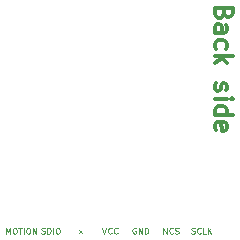
<source format=gbr>
%TF.GenerationSoftware,KiCad,Pcbnew,8.0.7*%
%TF.CreationDate,2025-02-24T15:42:19+09:00*%
%TF.ProjectId,pmw3610_breakout,706d7733-3631-4305-9f62-7265616b6f75,rev?*%
%TF.SameCoordinates,Original*%
%TF.FileFunction,Legend,Top*%
%TF.FilePolarity,Positive*%
%FSLAX46Y46*%
G04 Gerber Fmt 4.6, Leading zero omitted, Abs format (unit mm)*
G04 Created by KiCad (PCBNEW 8.0.7) date 2025-02-24 15:42:19*
%MOMM*%
%LPD*%
G01*
G04 APERTURE LIST*
%ADD10C,0.300000*%
%ADD11C,0.100000*%
G04 APERTURE END LIST*
D10*
X145624885Y-81284510D02*
X145553457Y-81498796D01*
X145553457Y-81498796D02*
X145482028Y-81570225D01*
X145482028Y-81570225D02*
X145339171Y-81641653D01*
X145339171Y-81641653D02*
X145124885Y-81641653D01*
X145124885Y-81641653D02*
X144982028Y-81570225D01*
X144982028Y-81570225D02*
X144910600Y-81498796D01*
X144910600Y-81498796D02*
X144839171Y-81355939D01*
X144839171Y-81355939D02*
X144839171Y-80784510D01*
X144839171Y-80784510D02*
X146339171Y-80784510D01*
X146339171Y-80784510D02*
X146339171Y-81284510D01*
X146339171Y-81284510D02*
X146267742Y-81427368D01*
X146267742Y-81427368D02*
X146196314Y-81498796D01*
X146196314Y-81498796D02*
X146053457Y-81570225D01*
X146053457Y-81570225D02*
X145910600Y-81570225D01*
X145910600Y-81570225D02*
X145767742Y-81498796D01*
X145767742Y-81498796D02*
X145696314Y-81427368D01*
X145696314Y-81427368D02*
X145624885Y-81284510D01*
X145624885Y-81284510D02*
X145624885Y-80784510D01*
X144839171Y-82927368D02*
X145624885Y-82927368D01*
X145624885Y-82927368D02*
X145767742Y-82855939D01*
X145767742Y-82855939D02*
X145839171Y-82713082D01*
X145839171Y-82713082D02*
X145839171Y-82427368D01*
X145839171Y-82427368D02*
X145767742Y-82284510D01*
X144910600Y-82927368D02*
X144839171Y-82784510D01*
X144839171Y-82784510D02*
X144839171Y-82427368D01*
X144839171Y-82427368D02*
X144910600Y-82284510D01*
X144910600Y-82284510D02*
X145053457Y-82213082D01*
X145053457Y-82213082D02*
X145196314Y-82213082D01*
X145196314Y-82213082D02*
X145339171Y-82284510D01*
X145339171Y-82284510D02*
X145410600Y-82427368D01*
X145410600Y-82427368D02*
X145410600Y-82784510D01*
X145410600Y-82784510D02*
X145482028Y-82927368D01*
X144910600Y-84284511D02*
X144839171Y-84141653D01*
X144839171Y-84141653D02*
X144839171Y-83855939D01*
X144839171Y-83855939D02*
X144910600Y-83713082D01*
X144910600Y-83713082D02*
X144982028Y-83641653D01*
X144982028Y-83641653D02*
X145124885Y-83570225D01*
X145124885Y-83570225D02*
X145553457Y-83570225D01*
X145553457Y-83570225D02*
X145696314Y-83641653D01*
X145696314Y-83641653D02*
X145767742Y-83713082D01*
X145767742Y-83713082D02*
X145839171Y-83855939D01*
X145839171Y-83855939D02*
X145839171Y-84141653D01*
X145839171Y-84141653D02*
X145767742Y-84284511D01*
X144839171Y-84927367D02*
X146339171Y-84927367D01*
X145410600Y-85070225D02*
X144839171Y-85498796D01*
X145839171Y-85498796D02*
X145267742Y-84927367D01*
X144910600Y-87213082D02*
X144839171Y-87355939D01*
X144839171Y-87355939D02*
X144839171Y-87641653D01*
X144839171Y-87641653D02*
X144910600Y-87784510D01*
X144910600Y-87784510D02*
X145053457Y-87855939D01*
X145053457Y-87855939D02*
X145124885Y-87855939D01*
X145124885Y-87855939D02*
X145267742Y-87784510D01*
X145267742Y-87784510D02*
X145339171Y-87641653D01*
X145339171Y-87641653D02*
X145339171Y-87427368D01*
X145339171Y-87427368D02*
X145410600Y-87284510D01*
X145410600Y-87284510D02*
X145553457Y-87213082D01*
X145553457Y-87213082D02*
X145624885Y-87213082D01*
X145624885Y-87213082D02*
X145767742Y-87284510D01*
X145767742Y-87284510D02*
X145839171Y-87427368D01*
X145839171Y-87427368D02*
X145839171Y-87641653D01*
X145839171Y-87641653D02*
X145767742Y-87784510D01*
X144839171Y-88498796D02*
X145839171Y-88498796D01*
X146339171Y-88498796D02*
X146267742Y-88427368D01*
X146267742Y-88427368D02*
X146196314Y-88498796D01*
X146196314Y-88498796D02*
X146267742Y-88570225D01*
X146267742Y-88570225D02*
X146339171Y-88498796D01*
X146339171Y-88498796D02*
X146196314Y-88498796D01*
X144839171Y-89855940D02*
X146339171Y-89855940D01*
X144910600Y-89855940D02*
X144839171Y-89713082D01*
X144839171Y-89713082D02*
X144839171Y-89427368D01*
X144839171Y-89427368D02*
X144910600Y-89284511D01*
X144910600Y-89284511D02*
X144982028Y-89213082D01*
X144982028Y-89213082D02*
X145124885Y-89141654D01*
X145124885Y-89141654D02*
X145553457Y-89141654D01*
X145553457Y-89141654D02*
X145696314Y-89213082D01*
X145696314Y-89213082D02*
X145767742Y-89284511D01*
X145767742Y-89284511D02*
X145839171Y-89427368D01*
X145839171Y-89427368D02*
X145839171Y-89713082D01*
X145839171Y-89713082D02*
X145767742Y-89855940D01*
X144910600Y-91141654D02*
X144839171Y-90998797D01*
X144839171Y-90998797D02*
X144839171Y-90713083D01*
X144839171Y-90713083D02*
X144910600Y-90570225D01*
X144910600Y-90570225D02*
X145053457Y-90498797D01*
X145053457Y-90498797D02*
X145624885Y-90498797D01*
X145624885Y-90498797D02*
X145767742Y-90570225D01*
X145767742Y-90570225D02*
X145839171Y-90713083D01*
X145839171Y-90713083D02*
X145839171Y-90998797D01*
X145839171Y-90998797D02*
X145767742Y-91141654D01*
X145767742Y-91141654D02*
X145624885Y-91213083D01*
X145624885Y-91213083D02*
X145482028Y-91213083D01*
X145482028Y-91213083D02*
X145339171Y-90498797D01*
D11*
X135313408Y-99433609D02*
X135480074Y-99933609D01*
X135480074Y-99933609D02*
X135646741Y-99433609D01*
X136099121Y-99885990D02*
X136075312Y-99909800D01*
X136075312Y-99909800D02*
X136003883Y-99933609D01*
X136003883Y-99933609D02*
X135956264Y-99933609D01*
X135956264Y-99933609D02*
X135884836Y-99909800D01*
X135884836Y-99909800D02*
X135837217Y-99862180D01*
X135837217Y-99862180D02*
X135813407Y-99814561D01*
X135813407Y-99814561D02*
X135789598Y-99719323D01*
X135789598Y-99719323D02*
X135789598Y-99647895D01*
X135789598Y-99647895D02*
X135813407Y-99552657D01*
X135813407Y-99552657D02*
X135837217Y-99505038D01*
X135837217Y-99505038D02*
X135884836Y-99457419D01*
X135884836Y-99457419D02*
X135956264Y-99433609D01*
X135956264Y-99433609D02*
X136003883Y-99433609D01*
X136003883Y-99433609D02*
X136075312Y-99457419D01*
X136075312Y-99457419D02*
X136099121Y-99481228D01*
X136599121Y-99885990D02*
X136575312Y-99909800D01*
X136575312Y-99909800D02*
X136503883Y-99933609D01*
X136503883Y-99933609D02*
X136456264Y-99933609D01*
X136456264Y-99933609D02*
X136384836Y-99909800D01*
X136384836Y-99909800D02*
X136337217Y-99862180D01*
X136337217Y-99862180D02*
X136313407Y-99814561D01*
X136313407Y-99814561D02*
X136289598Y-99719323D01*
X136289598Y-99719323D02*
X136289598Y-99647895D01*
X136289598Y-99647895D02*
X136313407Y-99552657D01*
X136313407Y-99552657D02*
X136337217Y-99505038D01*
X136337217Y-99505038D02*
X136384836Y-99457419D01*
X136384836Y-99457419D02*
X136456264Y-99433609D01*
X136456264Y-99433609D02*
X136503883Y-99433609D01*
X136503883Y-99433609D02*
X136575312Y-99457419D01*
X136575312Y-99457419D02*
X136599121Y-99481228D01*
X138146741Y-99457419D02*
X138099122Y-99433609D01*
X138099122Y-99433609D02*
X138027693Y-99433609D01*
X138027693Y-99433609D02*
X137956265Y-99457419D01*
X137956265Y-99457419D02*
X137908646Y-99505038D01*
X137908646Y-99505038D02*
X137884836Y-99552657D01*
X137884836Y-99552657D02*
X137861027Y-99647895D01*
X137861027Y-99647895D02*
X137861027Y-99719323D01*
X137861027Y-99719323D02*
X137884836Y-99814561D01*
X137884836Y-99814561D02*
X137908646Y-99862180D01*
X137908646Y-99862180D02*
X137956265Y-99909800D01*
X137956265Y-99909800D02*
X138027693Y-99933609D01*
X138027693Y-99933609D02*
X138075312Y-99933609D01*
X138075312Y-99933609D02*
X138146741Y-99909800D01*
X138146741Y-99909800D02*
X138170550Y-99885990D01*
X138170550Y-99885990D02*
X138170550Y-99719323D01*
X138170550Y-99719323D02*
X138075312Y-99719323D01*
X138384836Y-99933609D02*
X138384836Y-99433609D01*
X138384836Y-99433609D02*
X138670550Y-99933609D01*
X138670550Y-99933609D02*
X138670550Y-99433609D01*
X138908646Y-99933609D02*
X138908646Y-99433609D01*
X138908646Y-99433609D02*
X139027694Y-99433609D01*
X139027694Y-99433609D02*
X139099122Y-99457419D01*
X139099122Y-99457419D02*
X139146741Y-99505038D01*
X139146741Y-99505038D02*
X139170551Y-99552657D01*
X139170551Y-99552657D02*
X139194360Y-99647895D01*
X139194360Y-99647895D02*
X139194360Y-99719323D01*
X139194360Y-99719323D02*
X139170551Y-99814561D01*
X139170551Y-99814561D02*
X139146741Y-99862180D01*
X139146741Y-99862180D02*
X139099122Y-99909800D01*
X139099122Y-99909800D02*
X139027694Y-99933609D01*
X139027694Y-99933609D02*
X138908646Y-99933609D01*
X127184836Y-99933609D02*
X127184836Y-99433609D01*
X127184836Y-99433609D02*
X127351503Y-99790752D01*
X127351503Y-99790752D02*
X127518169Y-99433609D01*
X127518169Y-99433609D02*
X127518169Y-99933609D01*
X127851503Y-99433609D02*
X127946741Y-99433609D01*
X127946741Y-99433609D02*
X127994360Y-99457419D01*
X127994360Y-99457419D02*
X128041979Y-99505038D01*
X128041979Y-99505038D02*
X128065789Y-99600276D01*
X128065789Y-99600276D02*
X128065789Y-99766942D01*
X128065789Y-99766942D02*
X128041979Y-99862180D01*
X128041979Y-99862180D02*
X127994360Y-99909800D01*
X127994360Y-99909800D02*
X127946741Y-99933609D01*
X127946741Y-99933609D02*
X127851503Y-99933609D01*
X127851503Y-99933609D02*
X127803884Y-99909800D01*
X127803884Y-99909800D02*
X127756265Y-99862180D01*
X127756265Y-99862180D02*
X127732456Y-99766942D01*
X127732456Y-99766942D02*
X127732456Y-99600276D01*
X127732456Y-99600276D02*
X127756265Y-99505038D01*
X127756265Y-99505038D02*
X127803884Y-99457419D01*
X127803884Y-99457419D02*
X127851503Y-99433609D01*
X128208647Y-99433609D02*
X128494361Y-99433609D01*
X128351504Y-99933609D02*
X128351504Y-99433609D01*
X128661027Y-99933609D02*
X128661027Y-99433609D01*
X128994360Y-99433609D02*
X129089598Y-99433609D01*
X129089598Y-99433609D02*
X129137217Y-99457419D01*
X129137217Y-99457419D02*
X129184836Y-99505038D01*
X129184836Y-99505038D02*
X129208646Y-99600276D01*
X129208646Y-99600276D02*
X129208646Y-99766942D01*
X129208646Y-99766942D02*
X129184836Y-99862180D01*
X129184836Y-99862180D02*
X129137217Y-99909800D01*
X129137217Y-99909800D02*
X129089598Y-99933609D01*
X129089598Y-99933609D02*
X128994360Y-99933609D01*
X128994360Y-99933609D02*
X128946741Y-99909800D01*
X128946741Y-99909800D02*
X128899122Y-99862180D01*
X128899122Y-99862180D02*
X128875313Y-99766942D01*
X128875313Y-99766942D02*
X128875313Y-99600276D01*
X128875313Y-99600276D02*
X128899122Y-99505038D01*
X128899122Y-99505038D02*
X128946741Y-99457419D01*
X128946741Y-99457419D02*
X128994360Y-99433609D01*
X129422932Y-99933609D02*
X129422932Y-99433609D01*
X129422932Y-99433609D02*
X129708646Y-99933609D01*
X129708646Y-99933609D02*
X129708646Y-99433609D01*
X130161027Y-99909800D02*
X130232455Y-99933609D01*
X130232455Y-99933609D02*
X130351503Y-99933609D01*
X130351503Y-99933609D02*
X130399122Y-99909800D01*
X130399122Y-99909800D02*
X130422931Y-99885990D01*
X130422931Y-99885990D02*
X130446741Y-99838371D01*
X130446741Y-99838371D02*
X130446741Y-99790752D01*
X130446741Y-99790752D02*
X130422931Y-99743133D01*
X130422931Y-99743133D02*
X130399122Y-99719323D01*
X130399122Y-99719323D02*
X130351503Y-99695514D01*
X130351503Y-99695514D02*
X130256265Y-99671704D01*
X130256265Y-99671704D02*
X130208646Y-99647895D01*
X130208646Y-99647895D02*
X130184836Y-99624085D01*
X130184836Y-99624085D02*
X130161027Y-99576466D01*
X130161027Y-99576466D02*
X130161027Y-99528847D01*
X130161027Y-99528847D02*
X130184836Y-99481228D01*
X130184836Y-99481228D02*
X130208646Y-99457419D01*
X130208646Y-99457419D02*
X130256265Y-99433609D01*
X130256265Y-99433609D02*
X130375312Y-99433609D01*
X130375312Y-99433609D02*
X130446741Y-99457419D01*
X130661026Y-99933609D02*
X130661026Y-99433609D01*
X130661026Y-99433609D02*
X130780074Y-99433609D01*
X130780074Y-99433609D02*
X130851502Y-99457419D01*
X130851502Y-99457419D02*
X130899121Y-99505038D01*
X130899121Y-99505038D02*
X130922931Y-99552657D01*
X130922931Y-99552657D02*
X130946740Y-99647895D01*
X130946740Y-99647895D02*
X130946740Y-99719323D01*
X130946740Y-99719323D02*
X130922931Y-99814561D01*
X130922931Y-99814561D02*
X130899121Y-99862180D01*
X130899121Y-99862180D02*
X130851502Y-99909800D01*
X130851502Y-99909800D02*
X130780074Y-99933609D01*
X130780074Y-99933609D02*
X130661026Y-99933609D01*
X131161026Y-99933609D02*
X131161026Y-99433609D01*
X131494359Y-99433609D02*
X131589597Y-99433609D01*
X131589597Y-99433609D02*
X131637216Y-99457419D01*
X131637216Y-99457419D02*
X131684835Y-99505038D01*
X131684835Y-99505038D02*
X131708645Y-99600276D01*
X131708645Y-99600276D02*
X131708645Y-99766942D01*
X131708645Y-99766942D02*
X131684835Y-99862180D01*
X131684835Y-99862180D02*
X131637216Y-99909800D01*
X131637216Y-99909800D02*
X131589597Y-99933609D01*
X131589597Y-99933609D02*
X131494359Y-99933609D01*
X131494359Y-99933609D02*
X131446740Y-99909800D01*
X131446740Y-99909800D02*
X131399121Y-99862180D01*
X131399121Y-99862180D02*
X131375312Y-99766942D01*
X131375312Y-99766942D02*
X131375312Y-99600276D01*
X131375312Y-99600276D02*
X131399121Y-99505038D01*
X131399121Y-99505038D02*
X131446740Y-99457419D01*
X131446740Y-99457419D02*
X131494359Y-99433609D01*
X140484836Y-99933609D02*
X140484836Y-99433609D01*
X140484836Y-99433609D02*
X140770550Y-99933609D01*
X140770550Y-99933609D02*
X140770550Y-99433609D01*
X141294360Y-99885990D02*
X141270551Y-99909800D01*
X141270551Y-99909800D02*
X141199122Y-99933609D01*
X141199122Y-99933609D02*
X141151503Y-99933609D01*
X141151503Y-99933609D02*
X141080075Y-99909800D01*
X141080075Y-99909800D02*
X141032456Y-99862180D01*
X141032456Y-99862180D02*
X141008646Y-99814561D01*
X141008646Y-99814561D02*
X140984837Y-99719323D01*
X140984837Y-99719323D02*
X140984837Y-99647895D01*
X140984837Y-99647895D02*
X141008646Y-99552657D01*
X141008646Y-99552657D02*
X141032456Y-99505038D01*
X141032456Y-99505038D02*
X141080075Y-99457419D01*
X141080075Y-99457419D02*
X141151503Y-99433609D01*
X141151503Y-99433609D02*
X141199122Y-99433609D01*
X141199122Y-99433609D02*
X141270551Y-99457419D01*
X141270551Y-99457419D02*
X141294360Y-99481228D01*
X141484837Y-99909800D02*
X141556265Y-99933609D01*
X141556265Y-99933609D02*
X141675313Y-99933609D01*
X141675313Y-99933609D02*
X141722932Y-99909800D01*
X141722932Y-99909800D02*
X141746741Y-99885990D01*
X141746741Y-99885990D02*
X141770551Y-99838371D01*
X141770551Y-99838371D02*
X141770551Y-99790752D01*
X141770551Y-99790752D02*
X141746741Y-99743133D01*
X141746741Y-99743133D02*
X141722932Y-99719323D01*
X141722932Y-99719323D02*
X141675313Y-99695514D01*
X141675313Y-99695514D02*
X141580075Y-99671704D01*
X141580075Y-99671704D02*
X141532456Y-99647895D01*
X141532456Y-99647895D02*
X141508646Y-99624085D01*
X141508646Y-99624085D02*
X141484837Y-99576466D01*
X141484837Y-99576466D02*
X141484837Y-99528847D01*
X141484837Y-99528847D02*
X141508646Y-99481228D01*
X141508646Y-99481228D02*
X141532456Y-99457419D01*
X141532456Y-99457419D02*
X141580075Y-99433609D01*
X141580075Y-99433609D02*
X141699122Y-99433609D01*
X141699122Y-99433609D02*
X141770551Y-99457419D01*
X133332455Y-99600276D02*
X133618169Y-99885990D01*
X133618169Y-99600276D02*
X133332455Y-99885990D01*
X142861027Y-99909800D02*
X142932455Y-99933609D01*
X142932455Y-99933609D02*
X143051503Y-99933609D01*
X143051503Y-99933609D02*
X143099122Y-99909800D01*
X143099122Y-99909800D02*
X143122931Y-99885990D01*
X143122931Y-99885990D02*
X143146741Y-99838371D01*
X143146741Y-99838371D02*
X143146741Y-99790752D01*
X143146741Y-99790752D02*
X143122931Y-99743133D01*
X143122931Y-99743133D02*
X143099122Y-99719323D01*
X143099122Y-99719323D02*
X143051503Y-99695514D01*
X143051503Y-99695514D02*
X142956265Y-99671704D01*
X142956265Y-99671704D02*
X142908646Y-99647895D01*
X142908646Y-99647895D02*
X142884836Y-99624085D01*
X142884836Y-99624085D02*
X142861027Y-99576466D01*
X142861027Y-99576466D02*
X142861027Y-99528847D01*
X142861027Y-99528847D02*
X142884836Y-99481228D01*
X142884836Y-99481228D02*
X142908646Y-99457419D01*
X142908646Y-99457419D02*
X142956265Y-99433609D01*
X142956265Y-99433609D02*
X143075312Y-99433609D01*
X143075312Y-99433609D02*
X143146741Y-99457419D01*
X143646740Y-99885990D02*
X143622931Y-99909800D01*
X143622931Y-99909800D02*
X143551502Y-99933609D01*
X143551502Y-99933609D02*
X143503883Y-99933609D01*
X143503883Y-99933609D02*
X143432455Y-99909800D01*
X143432455Y-99909800D02*
X143384836Y-99862180D01*
X143384836Y-99862180D02*
X143361026Y-99814561D01*
X143361026Y-99814561D02*
X143337217Y-99719323D01*
X143337217Y-99719323D02*
X143337217Y-99647895D01*
X143337217Y-99647895D02*
X143361026Y-99552657D01*
X143361026Y-99552657D02*
X143384836Y-99505038D01*
X143384836Y-99505038D02*
X143432455Y-99457419D01*
X143432455Y-99457419D02*
X143503883Y-99433609D01*
X143503883Y-99433609D02*
X143551502Y-99433609D01*
X143551502Y-99433609D02*
X143622931Y-99457419D01*
X143622931Y-99457419D02*
X143646740Y-99481228D01*
X144099121Y-99933609D02*
X143861026Y-99933609D01*
X143861026Y-99933609D02*
X143861026Y-99433609D01*
X144265788Y-99933609D02*
X144265788Y-99433609D01*
X144551502Y-99933609D02*
X144337217Y-99647895D01*
X144551502Y-99433609D02*
X144265788Y-99719323D01*
M02*

</source>
